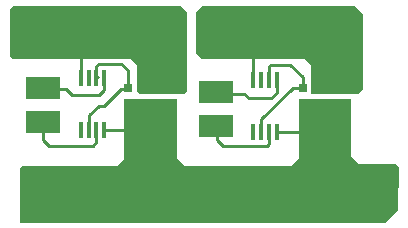
<source format=gbr>
%TF.GenerationSoftware,Altium Limited,Altium Designer,24.4.1 (13)*%
G04 Layer_Physical_Order=1*
G04 Layer_Color=255*
%FSLAX45Y45*%
%MOMM*%
%TF.SameCoordinates,7B1AB626-E082-4622-BD47-E970353866B2*%
%TF.FilePolarity,Positive*%
%TF.FileFunction,Copper,L1,Top,Signal*%
%TF.Part,Single*%
G01*
G75*
%TA.AperFunction,SMDPad,CuDef*%
%ADD10R,0.45000X1.45000*%
%ADD11C,3.82064*%
%ADD12R,0.67500X0.75000*%
%ADD13R,2.90415X1.85263*%
%TA.AperFunction,Conductor*%
%ADD14C,0.25400*%
%TA.AperFunction,ComponentPad*%
%ADD15R,2.00000X2.00000*%
%ADD16R,2.00000X2.00000*%
%TA.AperFunction,ViaPad*%
%ADD17C,0.86360*%
G36*
X9492702Y12157298D02*
Y11517702D01*
X9450000Y11475000D01*
X9050000D01*
X9050000Y11725000D01*
X9000000Y11775000D01*
X8125000D01*
X8075000Y11825000D01*
Y12175000D01*
X8125000Y12225000D01*
X9425000D01*
X9492702Y12157298D01*
D02*
G37*
G36*
X8000000Y12175000D02*
Y11500000D01*
X7975000Y11475000D01*
X7600000D01*
X7575000Y11500000D01*
Y11725000D01*
X7525000Y11775000D01*
X6525000D01*
X6500000Y11800000D01*
Y12200000D01*
X6525000Y12225000D01*
X7950000D01*
X8000000Y12175000D01*
D02*
G37*
G36*
X9393593Y10943600D02*
X9453293Y10883900D01*
X9766300D01*
X9792500Y10857700D01*
Y10681500D01*
X9789960Y10678960D01*
Y10494752D01*
X9683808Y10388600D01*
X6586220D01*
Y10642600D01*
Y10666820D01*
D01*
Y10853420D01*
X6604000Y10871200D01*
X7412250D01*
X7464250Y10923200D01*
Y10937000D01*
Y11432000D01*
Y11438600D01*
X7912750D01*
Y11432000D01*
Y10937000D01*
Y10934050D01*
X7975600Y10871200D01*
X8877300D01*
X8945093Y10938993D01*
Y10943600D01*
Y11438600D01*
X9393593D01*
Y10943600D01*
D02*
G37*
D10*
X8758900Y11599200D02*
D03*
X8693900D02*
D03*
X8628900D02*
D03*
X8563900D02*
D03*
Y11159200D02*
D03*
X8628900D02*
D03*
X8693900D02*
D03*
X8758900D02*
D03*
X7298400Y11171900D02*
D03*
X7233400D02*
D03*
X7168400D02*
D03*
X7103400D02*
D03*
Y11611900D02*
D03*
X7168400D02*
D03*
X7233400D02*
D03*
X7298400D02*
D03*
D11*
X7695508Y11214758D02*
D03*
X9176351Y11221358D02*
D03*
D12*
X7498000Y11525000D02*
D03*
X7625000D02*
D03*
X7752000D02*
D03*
X7879000D02*
D03*
X9359843Y11531600D02*
D03*
X9232843D02*
D03*
X9105843D02*
D03*
X8978843D02*
D03*
D13*
X6781800Y11239500D02*
D03*
Y11524549D02*
D03*
X8243368Y11494528D02*
D03*
Y11209479D02*
D03*
D14*
X7297202Y11379200D02*
X7441029Y11523027D01*
X7498000Y11537150D02*
Y11679000D01*
X7441029Y11523027D02*
X7496027D01*
X7498000Y11525000D02*
Y11537150D01*
X7496027Y11523027D02*
X7498000Y11525000D01*
X7251700Y11379200D02*
X7297202D01*
X7168400Y11295900D02*
X7251700Y11379200D01*
X8708779Y11725000D02*
X8874400D01*
X8978843Y11531600D02*
Y11620557D01*
X8874400Y11725000D02*
X8978843Y11620557D01*
X7442200Y11734800D02*
X7498000Y11679000D01*
X7168400Y11171900D02*
Y11295900D01*
X7023100Y11468100D02*
X7251700D01*
X7298400Y11514800D02*
Y11611900D01*
X6787449Y11518900D02*
X6972300D01*
X7251700Y11468100D02*
X7298400Y11514800D01*
X7233400Y11611900D02*
X7243200Y11621700D01*
X6972300Y11518900D02*
X7023100Y11468100D01*
X8475000Y11825000D02*
X8486664Y11813336D01*
X8531556D02*
X8563900Y11780992D01*
X8475000Y11825000D02*
Y11995293D01*
X8486664Y11813336D02*
X8531556D01*
X8563900Y11599200D02*
Y11780992D01*
X8475000Y11995293D02*
X8480023Y12000315D01*
X7103400Y11611900D02*
Y11992816D01*
X7110900Y12000315D01*
X8693900Y11710121D02*
X8708779Y11725000D01*
X8693900Y11599200D02*
Y11710121D01*
X7653499Y11292497D02*
X7708900Y11341100D01*
X7516031Y11171900D02*
X7653499Y11292497D01*
X7298400Y11171900D02*
X7516031D01*
X8987250Y11159200D02*
X9176408Y11348358D01*
X8758900Y11159200D02*
X8987250D01*
X9092500Y11544943D02*
X9105843Y11531600D01*
X8895773D02*
X8978843D01*
X8628900Y11264727D02*
X8895773Y11531600D01*
X7251700Y11734800D02*
X7442200D01*
X7233400Y11716500D02*
X7251700Y11734800D01*
X7233400Y11611900D02*
Y11716500D01*
X6781800Y11524549D02*
X6787449Y11518900D01*
X6781800Y11087100D02*
Y11239500D01*
X6832600Y11036300D02*
X7200900D01*
X6781800Y11087100D02*
X6832600Y11036300D01*
X6781800Y11239500D02*
X6845300Y11176000D01*
X8712200Y11442700D02*
X8758900Y11489400D01*
Y11599200D01*
X8521700Y11442700D02*
X8712200D01*
X8483600Y11480800D02*
X8521700Y11442700D01*
X8257096Y11480800D02*
X8483600D01*
X8243368Y11494528D02*
X8257096Y11480800D01*
X8255000Y11087100D02*
Y11197847D01*
X8243368Y11209479D02*
X8255000Y11197847D01*
Y11087100D02*
X8305800Y11036300D01*
X8674100D01*
X8693900Y11056100D02*
Y11159200D01*
X8674100Y11036300D02*
X8693900Y11056100D01*
X8628900Y11159200D02*
Y11264727D01*
X7200900Y11036300D02*
X7233400Y11068800D01*
Y11171900D01*
D15*
X6705191Y10741789D02*
D03*
Y10513189D02*
D03*
X9548412Y10741789D02*
D03*
Y10513189D02*
D03*
X8325374D02*
D03*
Y10741789D02*
D03*
D16*
X8708623Y12000315D02*
D03*
X8480023D02*
D03*
X7339500D02*
D03*
X7110900D02*
D03*
D17*
X9225000Y11800000D02*
D03*
X7772400Y11785600D02*
D03*
X9100000Y11675000D02*
D03*
X9225000Y11675000D02*
D03*
X9350000D02*
D03*
X7645400Y11658600D02*
D03*
X7772400D02*
D03*
X7899400D02*
D03*
X7620000Y10718800D02*
D03*
X7550000Y10825000D02*
D03*
X7675000D02*
D03*
X7800000D02*
D03*
X7747000Y10718800D02*
D03*
X9225000Y10750000D02*
D03*
X9093200Y10744200D02*
D03*
X9025000Y10850000D02*
D03*
X9150000D02*
D03*
X9275000D02*
D03*
%TF.MD5,7e8788a4c2ab62c4b10fa252df904849*%
M02*

</source>
